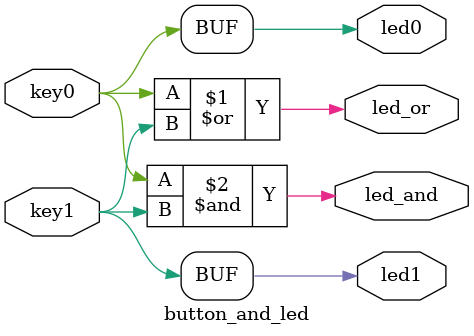
<source format=v>
module button_and_led(
    input   key0,
    input   key1,
    output  led0,
    output  led1,
    output  led_or,
    output  led_and
    );
assign led0 = key0;
assign led1 = key1;
assign led_or = key0 | key1;
assign led_and = key0 & key1;

endmodule

</source>
